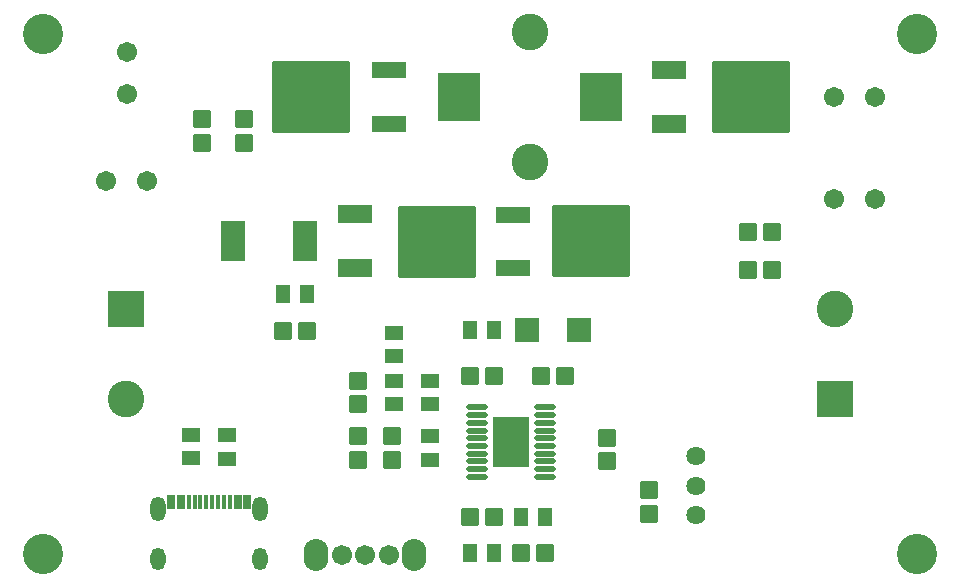
<source format=gts>
G04 Layer: TopSolderMaskLayer*
G04 EasyEDA Pro v2.2.37.7, 2025-04-09 10:13:22*
G04 Gerber Generator version 0.3*
G04 Scale: 100 percent, Rotated: No, Reflected: No*
G04 Dimensions in millimeters*
G04 Leading zeros omitted, absolute positions, 4 integers and 5 decimals*
%FSLAX45Y45*%
%MOMM*%
%AMRoundRect*1,1,$1,$2,$3*1,1,$1,$4,$5*1,1,$1,0-$2,0-$3*1,1,$1,0-$4,0-$5*20,1,$1,$2,$3,$4,$5,0*20,1,$1,$4,$5,0-$2,0-$3,0*20,1,$1,0-$2,0-$3,0-$4,0-$5,0*20,1,$1,0-$4,0-$5,$2,$3,0*4,1,4,$2,$3,$4,$5,0-$2,0-$3,0-$4,0-$5,$2,$3,0*%
%ADD10O,1.84851X0.445*%
%ADD11RoundRect,0.09875X1.50162X2.10162X1.50162X-2.10162*%
%ADD12RoundRect,0.09387X-0.69237X-0.57013X-0.69237X0.57013*%
%ADD13RoundRect,0.09495X-0.70833X0.67833X0.70833X0.67833*%
%ADD14RoundRect,0.09387X0.69237X0.57013X0.69237X-0.57013*%
%ADD15RoundRect,0.09495X0.67833X0.70833X0.67833X-0.70833*%
%ADD16C,3.102*%
%ADD17RoundRect,0.10032X3.25084X-3.00083X-3.25084X-3.00083*%
%ADD18RoundRect,0.09508X1.40346X-0.65346X-1.40346X-0.65346*%
%ADD19RoundRect,0.10032X-3.25084X3.00083X3.25084X3.00083*%
%ADD20RoundRect,0.09508X-1.40346X0.65346X1.40346X0.65346*%
%ADD21RoundRect,0.09531X-1.40334X0.67835X1.40334X0.67835*%
%ADD22RoundRect,0.0959X-1.40305X0.75305X1.40305X0.75305*%
%ADD23RoundRect,0.09728X-1.00236X1.00236X1.00236X1.00236*%
%ADD24RoundRect,0.09728X-1.00236X1.65236X1.00236X1.65236*%
%ADD25C,1.702*%
%ADD26RoundRect,0.09495X-0.67833X-0.70833X-0.67833X0.70833*%
%ADD27RoundRect,0.09875X-1.50162X-1.50162X-1.50162X1.50162*%
%ADD28RoundRect,0.09875X1.50162X1.50162X1.50162X-1.50162*%
%ADD29RoundRect,0.09495X0.70833X-0.67833X-0.70833X-0.67833*%
%ADD30RoundRect,0.09387X-0.57013X0.69237X0.57013X0.69237*%
%ADD31C,1.626*%
%ADD32RoundRect,0.09387X0.57013X-0.69237X-0.57013X-0.69237*%
%ADD33O,1.70155X1.7016*%
%ADD34O,2.1016X2.70159*%
%ADD35RoundRect,0.08752X-0.30625X0.55625X0.30625X0.55625*%
%ADD36RoundRect,0.08002X-0.16X0.56X0.16X0.56*%
%ADD37O,1.30002X2.10002*%
%ADD38O,1.30002X1.90002*%
%ADD39RoundRect,0.09919X-1.7514X-2.0014X-1.7514X2.0014*%
%ADD40C,3.4036*%
G75*


G04 Pad Start*
G54D10*
G01X3967175Y-3453994D03*
G01X3967175Y-3518992D03*
G01X3967175Y-3583991D03*
G01X3967175Y-3648989D03*
G01X3967175Y-3714013D03*
G01X3967175Y-3779012D03*
G01X3967175Y-3844011D03*
G01X3967175Y-3909009D03*
G01X3967175Y-3974008D03*
G01X3967175Y-4039006D03*
G01X4541825Y-3453994D03*
G01X4541825Y-3518992D03*
G01X4541825Y-3583991D03*
G01X4541825Y-3648989D03*
G01X4541825Y-3714013D03*
G01X4541825Y-3779012D03*
G01X4541825Y-3844011D03*
G01X4541825Y-3909009D03*
G01X4541825Y-3974008D03*
G01X4541825Y-4039006D03*
G54D11*
G01X4254500Y-3746500D03*
G54D12*
G01X3263900Y-2821000D03*
G01X3263900Y-3021000D03*
G01X3263900Y-3227400D03*
G01X3263900Y-3427400D03*
G54D13*
G01X4113200Y-3187700D03*
G01X3913200Y-3187700D03*
G54D14*
G01X3568700Y-3897300D03*
G01X3568700Y-3697300D03*
G54D12*
G01X3568700Y-3227400D03*
G01X3568700Y-3427400D03*
G54D15*
G01X3251200Y-3897300D03*
G01X3251200Y-3697300D03*
G01X2959100Y-3897300D03*
G01X2959100Y-3697300D03*
G54D16*
G01X4419600Y-1375499D03*
G01X4419600Y-275501D03*
G54D17*
G01X2566403Y-825500D03*
G54D18*
G01X3224797Y-1052779D03*
G01X3224797Y-598221D03*
G54D19*
G01X4934678Y-2047600D03*
G54D20*
G01X4276285Y-1820321D03*
G01X4276285Y-2274879D03*
G54D19*
G01X3629085Y-2049314D03*
G54D21*
G01X2934065Y-1818606D03*
G54D22*
G01X2934065Y-2276594D03*
G54D19*
G01X6291110Y-827214D03*
G54D21*
G01X5596090Y-596506D03*
G54D22*
G01X5596090Y-1054494D03*
G54D23*
G01X4390111Y-2794000D03*
G01X4830089Y-2794000D03*
G54D24*
G01X1903171Y-2044700D03*
G01X2516429Y-2044700D03*
G54D25*
G01X6987799Y-1689095D03*
G01X7337811Y-1689095D03*
G01X7337806Y-825500D03*
G01X6987794Y-825500D03*
G54D13*
G01X6462700Y-2286000D03*
G01X6262700Y-2286000D03*
G01X6462700Y-1968500D03*
G01X6262700Y-1968500D03*
G54D25*
G01X828299Y-1536695D03*
G01X1178311Y-1536695D03*
G01X1003300Y-797306D03*
G01X1003300Y-447294D03*
G54D26*
G01X1644300Y-1011100D03*
G01X1644300Y-1211100D03*
G01X1994300Y-1011100D03*
G01X1994300Y-1211100D03*
G54D27*
G01X7000000Y-3381000D03*
G54D16*
G01X7000000Y-2619000D03*
G54D28*
G01X1000000Y-2619000D03*
G54D16*
G01X1000000Y-3381000D03*
G54D29*
G01X4510100Y-3187700D03*
G01X4710100Y-3187700D03*
G54D26*
G01X5067300Y-3710000D03*
G01X5067300Y-3910000D03*
G54D30*
G01X4113200Y-2794000D03*
G01X3913200Y-2794000D03*
G54D26*
G01X2959100Y-3227400D03*
G01X2959100Y-3427400D03*
G54D30*
G01X4545000Y-4381500D03*
G01X4345000Y-4381500D03*
G54D13*
G01X4113200Y-4381500D03*
G01X3913200Y-4381500D03*
G01X4545000Y-4686300D03*
G01X4345000Y-4686300D03*
G54D30*
G01X4113200Y-4686300D03*
G01X3913200Y-4686300D03*
G54D31*
G01X5819609Y-4114984D03*
G01X5819609Y-3864972D03*
G01X5819609Y-4364971D03*
G54D26*
G01X5425909Y-4154672D03*
G01X5425909Y-4354671D03*
G54D13*
G01X2525700Y-2806700D03*
G01X2325700Y-2806700D03*
G54D32*
G01X2325700Y-2489200D03*
G01X2525700Y-2489200D03*
G54D33*
G01X2822600Y-4698995D03*
G01X3222600Y-4698995D03*
G01X3022600Y-4698995D03*
G54D34*
G01X3437611Y-4698995D03*
G01X2607589Y-4698995D03*
G54D35*
G01X1381798Y-4258297D03*
G01X1461808Y-4258297D03*
G54D36*
G01X1526807Y-4258297D03*
G01X1576819Y-4258297D03*
G01X1626807Y-4258297D03*
G01X1676794Y-4258297D03*
G01X1726806Y-4258297D03*
G01X1776794Y-4258297D03*
G01X1826806Y-4258297D03*
G01X1876819Y-4258297D03*
G54D35*
G01X1941817Y-4258297D03*
G01X2021802Y-4258297D03*
G54D37*
G01X1269302Y-4313288D03*
G01X2134299Y-4313288D03*
G54D38*
G01X1269302Y-4733303D03*
G01X2134299Y-4733303D03*
G54D12*
G01X1847850Y-3690950D03*
G01X1847850Y-3890950D03*
G01X1549400Y-3684600D03*
G01X1549400Y-3884600D03*
G54D39*
G01X3819601Y-825500D03*
G01X5019599Y-825500D03*
G54D40*
G01X293650Y-293650D03*
G01X7693650Y-293650D03*
G01X293650Y-4693650D03*
G01X7693650Y-4693650D03*
G04 Pad End*

M02*


</source>
